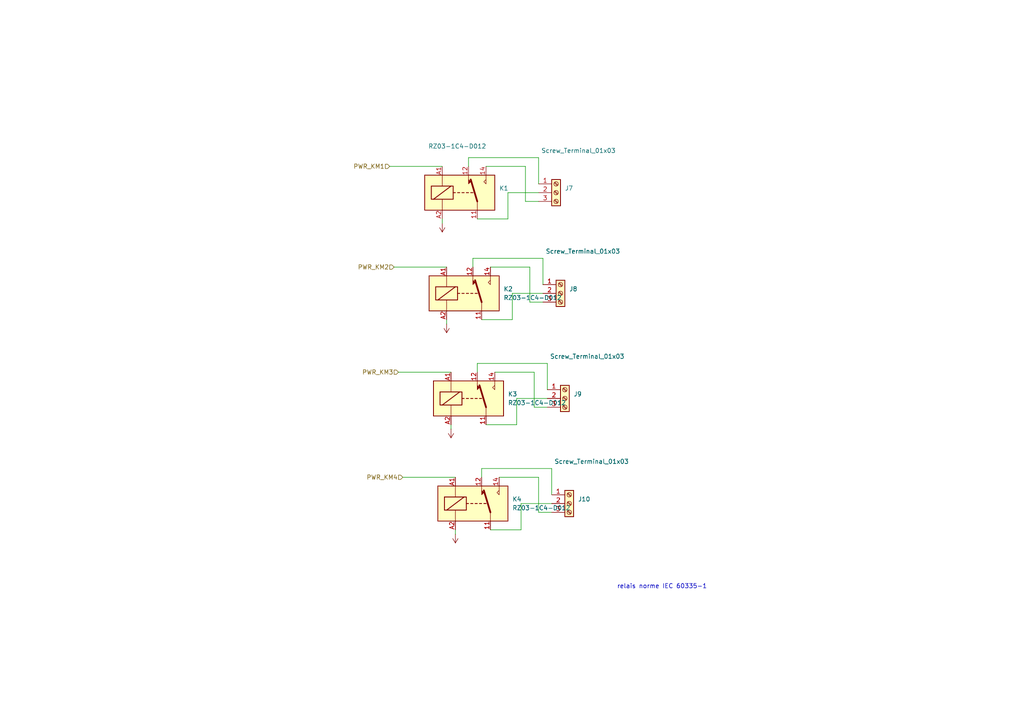
<source format=kicad_sch>
(kicad_sch (version 20250114) (generator "eeschema") (generator_version "9.0")
  (paper "A4")
  (lib_symbols
    (symbol "Connector:Screw_Terminal_01x03" (pin_names (offset 1.016) (hide yes))
      (property "Reference" "J" (at 0 5.08 0))
      (property "Value" "Screw_Terminal_01x03" (at 0 -5.08 0))
      (symbol "Screw_Terminal_01x03_1_1"
        (rectangle (start -1.27 3.81) (end 1.27 -3.81) (stroke (width 0.254)) (fill (type background)))
        (polyline (pts (xy -0.5334 2.8702) (xy 0.3302 2.032)) (stroke (width 0.1524)))
        (polyline (pts (xy -0.5334 0.3302) (xy 0.3302 -0.508)) (stroke (width 0.1524)))
        (polyline (pts (xy -0.5334 -2.2098) (xy 0.3302 -3.048)) (stroke (width 0.1524)))
        (polyline (pts (xy -0.3556 3.048) (xy 0.508 2.2098)) (stroke (width 0.1524)))
        (polyline (pts (xy -0.3556 0.508) (xy 0.508 -0.3302)) (stroke (width 0.1524)))
        (polyline (pts (xy -0.3556 -2.032) (xy 0.508 -2.8702)) (stroke (width 0.1524)))
        (circle (center 0 2.54) (radius 0.635) (stroke (width 0.1524)))
        (circle (center 0 0) (radius 0.635) (stroke (width 0.1524)))
        (circle (center 0 -2.54) (radius 0.635) (stroke (width 0.1524)))
        (pin passive line (at -5.08 2.54 0) (length 3.81) (name "Pin_1") (number "1"))
        (pin passive line (at -5.08 0 0) (length 3.81) (name "Pin_2") (number "2"))
        (pin passive line (at -5.08 -2.54 0) (length 3.81) (name "Pin_3") (number "3"))
      )
    )
    (symbol "Relay:RT314A12"
      (property "Reference" "K" (at 11.43 3.81 0))
      (property "Value" "RT314A12" (at 11.43 1.27 0))
      (symbol "RT314A12_0_0"
        (polyline (pts (xy -2.54 1.905) (xy -7.62 -1.905)) (stroke (width 0.254)))
      )
      (symbol "RT314A12_0_1"
        (rectangle (start -10.16 5.08) (end 10.16 -5.08) (stroke (width 0.254)) (fill (type background)))
        (rectangle (start -8.255 1.905) (end -1.905 -1.905) (stroke (width 0.254)))
        (polyline (pts (xy -5.08 5.08) (xy -5.08 1.905)))
        (polyline (pts (xy -5.08 -5.08) (xy -5.08 -1.905)))
        (polyline (pts (xy -1.905 0) (xy -1.27 0)) (stroke (width 0.254)))
        (polyline (pts (xy -0.635 0) (xy 0 0)) (stroke (width 0.254)))
        (polyline (pts (xy 0.635 0) (xy 1.27 0)) (stroke (width 0.254)))
        (polyline (pts (xy 1.905 0) (xy 2.54 0)) (stroke (width 0.254)))
        (polyline (pts (xy 2.54 5.08) (xy 2.54 2.54) (xy 3.175 3.175) (xy 2.54 3.81)) (fill (type outline)))
        (polyline (pts (xy 3.175 0) (xy 3.81 0)) (stroke (width 0.254)))
        (polyline (pts (xy 5.08 -2.54) (xy 3.175 3.81)) (stroke (width 0.508)))
        (polyline (pts (xy 5.08 -2.54) (xy 5.08 -5.08)))
        (polyline (pts (xy 7.62 5.08) (xy 7.62 2.54) (xy 6.985 3.175) (xy 7.62 3.81)))
      )
      (symbol "RT314A12_1_1"
        (pin passive line (at -5.08 7.62 270) (length 2.54) (name "~") (number "A1"))
        (pin passive line (at -5.08 -7.62 90) (length 2.54) (name "~") (number "A2"))
        (pin passive line (at 2.54 7.62 270) (length 2.54) (name "~") (number "12"))
        (pin passive line (at 5.08 -7.62 90) (length 2.54) (name "~") (number "11"))
        (pin passive line (at 7.62 7.62 270) (length 2.54) (name "~") (number "14"))
      )
    )
    (symbol "power:+12V" (power) (pin_numbers (hide yes)) (pin_names (offset 0) (hide yes))
      (property "Value" "+12V" (at 0 3.556 0))
      (symbol "+12V_0_1"
        (polyline (pts (xy -0.762 1.27) (xy 0 2.54)))
        (polyline (pts (xy 0 2.54) (xy 0.762 1.27)))
        (polyline (pts (xy 0 0) (xy 0 2.54)))
      )
      (symbol "+12V_1_1"
        (pin power_in line (at 0 0 90) (length 0) (name "~") (number "1"))
      )
    )
  )
  (text "relais norme IEC 60335-1" (at 192.024 170.18 0) (effects (font (size 1.27 1.27))))
  (wire (pts (xy 148.59 92.71) (xy 139.7 92.71)))
  (wire (pts (xy 114.3 77.47) (xy 129.54 77.47)))
  (wire (pts (xy 144.78 138.43) (xy 156.21 138.43)))
  (wire (pts (xy 142.24 77.47) (xy 153.67 77.47)))
  (wire (pts (xy 130.81 124.46) (xy 130.81 123.19)))
  (wire (pts (xy 148.59 85.09) (xy 148.59 92.71)))
  (wire (pts (xy 158.75 115.57) (xy 149.86 115.57)))
  (wire (pts (xy 137.16 77.47) (xy 137.16 74.93)))
  (wire (pts (xy 149.86 123.19) (xy 140.97 123.19)))
  (wire (pts (xy 152.4 48.26) (xy 152.4 58.42)))
  (wire (pts (xy 113.03 48.26) (xy 128.27 48.26)))
  (wire (pts (xy 128.27 64.77) (xy 128.27 63.5)))
  (wire (pts (xy 157.48 74.93) (xy 157.48 82.55)))
  (wire (pts (xy 158.75 105.41) (xy 158.75 113.03)))
  (wire (pts (xy 151.13 153.67) (xy 142.24 153.67)))
  (wire (pts (xy 116.84 138.43) (xy 132.08 138.43)))
  (wire (pts (xy 153.67 87.63) (xy 157.48 87.63)))
  (wire (pts (xy 115.57 107.95) (xy 130.81 107.95)))
  (wire (pts (xy 156.21 45.72) (xy 156.21 53.34)))
  (wire (pts (xy 156.21 138.43) (xy 156.21 148.59)))
  (wire (pts (xy 154.94 107.95) (xy 154.94 118.11)))
  (wire (pts (xy 160.02 135.89) (xy 160.02 143.51)))
  (wire (pts (xy 153.67 77.47) (xy 153.67 87.63)))
  (wire (pts (xy 157.48 85.09) (xy 148.59 85.09)))
  (wire (pts (xy 138.43 105.41) (xy 158.75 105.41)))
  (wire (pts (xy 143.51 107.95) (xy 154.94 107.95)))
  (wire (pts (xy 147.32 63.5) (xy 138.43 63.5)))
  (wire (pts (xy 151.13 146.05) (xy 151.13 153.67)))
  (wire (pts (xy 139.7 138.43) (xy 139.7 135.89)))
  (wire (pts (xy 149.86 115.57) (xy 149.86 123.19)))
  (wire (pts (xy 137.16 74.93) (xy 157.48 74.93)))
  (wire (pts (xy 129.54 93.98) (xy 129.54 92.71)))
  (wire (pts (xy 154.94 118.11) (xy 158.75 118.11)))
  (wire (pts (xy 147.32 55.88) (xy 147.32 63.5)))
  (wire (pts (xy 139.7 135.89) (xy 160.02 135.89)))
  (wire (pts (xy 140.97 48.26) (xy 152.4 48.26)))
  (wire (pts (xy 156.21 55.88) (xy 147.32 55.88)))
  (wire (pts (xy 160.02 146.05) (xy 151.13 146.05)))
  (wire (pts (xy 156.21 148.59) (xy 160.02 148.59)))
  (wire (pts (xy 138.43 107.95) (xy 138.43 105.41)))
  (wire (pts (xy 135.89 45.72) (xy 156.21 45.72)))
  (wire (pts (xy 135.89 48.26) (xy 135.89 45.72)))
  (wire (pts (xy 132.08 154.94) (xy 132.08 153.67)))
  (wire (pts (xy 152.4 58.42) (xy 156.21 58.42)))
  (hierarchical_label "PWR_KM1" (shape input) (at 113.03 48.26 180))
  (hierarchical_label "PWR_KM4" (shape input) (at 116.84 138.43 180))
  (hierarchical_label "PWR_KM2" (shape input) (at 114.3 77.47 180))
  (hierarchical_label "PWR_KM3" (shape input) (at 115.57 107.95 180))
  (symbol (lib_id "Relay:RT314A12") (at 134.62 85.09 0) (unit 1)
    (property "Reference" "K2" (at 146.05 83.8199 0) (effects (justify left)))
    (property "Value" "RZ03-1C4-D012" (at 146.05 86.3599 0) (effects (justify left)))
    (property "Footprint" "Relay_THT:Relay_SPDT_Schrack-RT1-16A-FormC_RM5mm" (effects (hide yes)))
    (property "Datasheet" "https://www.tme.eu/Document/33946480a58e015e31a007188c0d0098/RZ_SERIES.PDF" (effects (hide yes)))
    (property "Description" "Schrack RT1 relay, bistable single pole dual throw, single DC coil, 12V" (effects (hide yes)))
  )
  (symbol (lib_id "power:+12V") (at 129.54 93.98 180) (unit 1)
    (property "Reference" "#PWR040" (effects (hide yes)))
    (property "Value" "+12V" (effects (hide yes)))
    (property "Description" "Power symbol creates a global label with name \"+12V\"" (effects (hide yes)))
  )
  (symbol (lib_id "Relay:RT314A12") (at 137.16 146.05 0) (unit 1)
    (property "Reference" "K4" (at 148.59 144.7799 0) (effects (justify left)))
    (property "Value" "RZ03-1C4-D012" (at 148.59 147.3199 0) (effects (justify left)))
    (property "Footprint" "Relay_THT:Relay_SPDT_Schrack-RT1-16A-FormC_RM5mm" (effects (hide yes)))
    (property "Datasheet" "https://www.tme.eu/Document/33946480a58e015e31a007188c0d0098/RZ_SERIES.PDF" (effects (hide yes)))
    (property "Description" "Schrack RT1 relay, bistable single pole dual throw, single DC coil, 12V" (effects (hide yes)))
  )
  (symbol (lib_id "power:+12V") (at 132.08 154.94 180) (unit 1)
    (property "Reference" "#PWR042" (effects (hide yes)))
    (property "Value" "+12V" (effects (hide yes)))
    (property "Description" "Power symbol creates a global label with name \"+12V\"" (effects (hide yes)))
  )
  (symbol (lib_id "power:+12V") (at 130.81 124.46 180) (unit 1)
    (property "Reference" "#PWR041" (effects (hide yes)))
    (property "Value" "+12V" (effects (hide yes)))
    (property "Description" "Power symbol creates a global label with name \"+12V\"" (effects (hide yes)))
  )
  (symbol (lib_id "Relay:RT314A12") (at 135.89 115.57 0) (unit 1)
    (property "Reference" "K3" (at 147.32 114.2999 0) (effects (justify left)))
    (property "Value" "RZ03-1C4-D012" (at 147.32 116.8399 0) (effects (justify left)))
    (property "Footprint" "Relay_THT:Relay_SPDT_Schrack-RT1-16A-FormC_RM5mm" (effects (hide yes)))
    (property "Datasheet" "https://www.tme.eu/Document/33946480a58e015e31a007188c0d0098/RZ_SERIES.PDF" (effects (hide yes)))
    (property "Description" "Schrack RT1 relay, bistable single pole dual throw, single DC coil, 12V" (effects (hide yes)))
  )
  (symbol (lib_id "Connector:Screw_Terminal_01x03") (at 165.1 146.05 0) (unit 1)
    (property "Reference" "J10" (at 167.64 144.7799 0) (effects (justify left)))
    (property "Value" "Screw_Terminal_01x03" (at 160.782 133.858 0) (effects (justify left)))
    (property "Footprint" "Connector_Phoenix_MC:PhoenixContact_MCV_1,5_3-G-3.5_1x03_P3.50mm_Vertical" (effects (hide yes)))
    (property "Description" "Generic screw terminal, single row, 01x03, script generated (kicad-library-utils/schlib/autogen/connector/)" (effects (hide yes)))
  )
  (symbol (lib_id "Connector:Screw_Terminal_01x03") (at 162.56 85.09 0) (unit 1)
    (property "Reference" "J8" (at 165.1 83.8199 0) (effects (justify left)))
    (property "Value" "Screw_Terminal_01x03" (at 158.242 72.898 0) (effects (justify left)))
    (property "Footprint" "Connector_Phoenix_MC:PhoenixContact_MCV_1,5_3-G-3.5_1x03_P3.50mm_Vertical" (effects (hide yes)))
    (property "Description" "Generic screw terminal, single row, 01x03, script generated (kicad-library-utils/schlib/autogen/connector/)" (effects (hide yes)))
  )
  (symbol (lib_id "power:+12V") (at 128.27 64.77 180) (unit 1)
    (property "Reference" "#PWR039" (effects (hide yes)))
    (property "Value" "+12V" (effects (hide yes)))
    (property "Description" "Power symbol creates a global label with name \"+12V\"" (effects (hide yes)))
  )
  (symbol (lib_id "Connector:Screw_Terminal_01x03") (at 161.29 55.88 0) (unit 1)
    (property "Reference" "J7" (at 163.83 54.6099 0) (effects (justify left)))
    (property "Value" "Screw_Terminal_01x03" (at 156.972 43.688 0) (effects (justify left)))
    (property "Footprint" "Connector_Phoenix_MC:PhoenixContact_MCV_1,5_3-G-3.5_1x03_P3.50mm_Vertical" (effects (hide yes)))
    (property "Description" "Generic screw terminal, single row, 01x03, script generated (kicad-library-utils/schlib/autogen/connector/)" (effects (hide yes)))
  )
  (symbol (lib_id "Connector:Screw_Terminal_01x03") (at 163.83 115.57 0) (unit 1)
    (property "Reference" "J9" (at 166.37 114.2999 0) (effects (justify left)))
    (property "Value" "Screw_Terminal_01x03" (at 159.512 103.378 0) (effects (justify left)))
    (property "Footprint" "Connector_Phoenix_MC:PhoenixContact_MCV_1,5_3-G-3.5_1x03_P3.50mm_Vertical" (effects (hide yes)))
    (property "Description" "Generic screw terminal, single row, 01x03, script generated (kicad-library-utils/schlib/autogen/connector/)" (effects (hide yes)))
  )
  (symbol (lib_id "Relay:RT314A12") (at 133.35 55.88 0) (unit 1)
    (property "Reference" "K1" (at 144.78 54.6099 0) (effects (justify left)))
    (property "Value" "RZ03-1C4-D012" (at 124.206 42.418 0) (effects (justify left)))
    (property "Footprint" "Relay_THT:Relay_SPDT_Schrack-RT1-16A-FormC_RM5mm" (effects (hide yes)))
    (property "Datasheet" "https://www.tme.eu/Document/33946480a58e015e31a007188c0d0098/RZ_SERIES.PDF" (effects (hide yes)))
    (property "Description" "Schrack RT1 relay, bistable single pole dual throw, single DC coil, 12V" (effects (hide yes)))
  )
)
</source>
